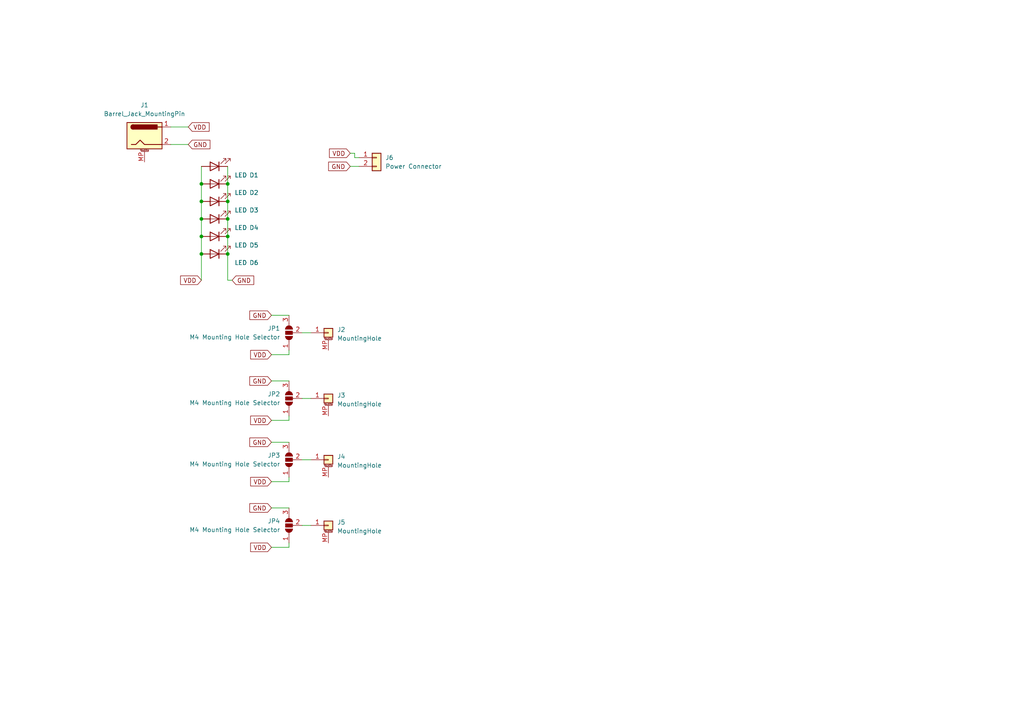
<source format=kicad_sch>
(kicad_sch (version 20230121) (generator eeschema)
  (paper "A4")
  (lib_symbols
    (symbol "Connector:Barrel_Jack_MountingPin" (pin_names hide)
      (property "Reference" "J" (at 0 5.334 0))
      (property "Value" "Barrel_Jack_MountingPin" (at 1.27 -6.35 0))
      (symbol "Barrel_Jack_MountingPin_0_1"
        (rectangle (start -5.08 3.81) (end 5.08 -3.81) (stroke (width 0.254)) (fill (type background)))
        (arc (start -3.302 3.175) (mid -3.9343 2.54) (end -3.302 1.905) (stroke (width 0.254)))
        (arc (start -3.302 3.175) (mid -3.9343 2.54) (end -3.302 1.905) (stroke (width 0.254)) (fill (type outline)))
        (polyline (pts (xy 5.08 2.54) (xy 3.81 2.54)) (stroke (width 0.254)))
        (polyline (pts (xy -3.81 -2.54) (xy -2.54 -2.54) (xy -1.27 -1.27) (xy 0 -2.54) (xy 2.54 -2.54) (xy 5.08 -2.54)) (stroke (width 0.254)))
        (rectangle (start 3.683 3.175) (end -3.302 1.905) (stroke (width 0.254)) (fill (type outline)))
      )
      (symbol "Barrel_Jack_MountingPin_1_1"
        (polyline (pts (xy -1.016 -4.572) (xy 1.016 -4.572)) (stroke (width 0.1524)))
        (text "Mounting" (at 0 -4.191 0) (effects (font (size 0.381 0.381))))
        (pin passive line (at 7.62 2.54 180) (length 2.54) (name "~") (number "1"))
        (pin passive line (at 7.62 -2.54 180) (length 2.54) (name "~") (number "2"))
        (pin passive line (at 0 -7.62 90) (length 3.048) (name "MountPin") (number "MP"))
      )
    )
    (symbol "Connector_Generic:Conn_01x02" (pin_names (offset 1.016) hide)
      (property "Reference" "J" (at 0 2.54 0))
      (property "Value" "Conn_01x02" (at 0 -5.08 0))
      (symbol "Conn_01x02_1_1"
        (rectangle (start -1.27 -2.413) (end 0 -2.667) (stroke (width 0.1524)))
        (rectangle (start -1.27 0.127) (end 0 -0.127) (stroke (width 0.1524)))
        (rectangle (start -1.27 1.27) (end 1.27 -3.81) (stroke (width 0.254)) (fill (type background)))
        (pin passive line (at -5.08 0 0) (length 3.81) (name "Pin_1") (number "1"))
        (pin passive line (at -5.08 -2.54 0) (length 3.81) (name "Pin_2") (number "2"))
      )
    )
    (symbol "Connector_Generic_MountingPin:Conn_01x01_MountingPin" (pin_names (offset 1.016) hide)
      (property "Reference" "J" (at 0 2.54 0))
      (property "Value" "Conn_01x01_MountingPin" (at 1.27 -2.54 0))
      (symbol "Conn_01x01_MountingPin_1_1"
        (rectangle (start -1.27 0.127) (end 0 -0.127) (stroke (width 0.1524)))
        (rectangle (start -1.27 1.27) (end 1.27 -1.27) (stroke (width 0.254)) (fill (type background)))
        (polyline (pts (xy -1.016 -2.032) (xy 1.016 -2.032)) (stroke (width 0.1524)))
        (text "Mounting" (at 0 -1.651 0) (effects (font (size 0.381 0.381))))
        (pin passive line (at -5.08 0 0) (length 3.81) (name "Pin_1") (number "1"))
        (pin passive line (at 0 -5.08 90) (length 3.048) (name "MountPin") (number "MP"))
      )
    )
    (symbol "Device:LED" (pin_numbers hide) (pin_names (offset 1.016) hide)
      (property "Reference" "D" (at 0 2.54 0))
      (property "Value" "LED" (at 0 -2.54 0))
      (symbol "LED_0_1"
        (polyline (pts (xy -1.27 -1.27) (xy -1.27 1.27)) (stroke (width 0.254)))
        (polyline (pts (xy -1.27 0) (xy 1.27 0)))
        (polyline (pts (xy 1.27 -1.27) (xy 1.27 1.27) (xy -1.27 0) (xy 1.27 -1.27)) (stroke (width 0.254)))
        (polyline (pts (xy -3.048 -0.762) (xy -4.572 -2.286) (xy -3.81 -2.286) (xy -4.572 -2.286) (xy -4.572 -1.524)))
        (polyline (pts (xy -1.778 -0.762) (xy -3.302 -2.286) (xy -2.54 -2.286) (xy -3.302 -2.286) (xy -3.302 -1.524)))
      )
      (symbol "LED_1_1"
        (pin passive line (at -3.81 0 0) (length 2.54) (name "K") (number "1"))
        (pin passive line (at 3.81 0 180) (length 2.54) (name "A") (number "2"))
      )
    )
    (symbol "Jumper:SolderJumper_3_Open" (pin_names (offset 0) hide)
      (property "Reference" "JP" (at -2.54 -2.54 0))
      (property "Value" "SolderJumper_3_Open" (at 0 2.794 0))
      (symbol "SolderJumper_3_Open_0_1"
        (arc (start -1.016 1.016) (mid -2.0276 0) (end -1.016 -1.016))
        (arc (start -1.016 1.016) (mid -2.0276 0) (end -1.016 -1.016) (fill (type outline)))
        (rectangle (start -0.508 1.016) (end 0.508 -1.016) (fill (type outline)))
        (polyline (pts (xy -2.54 0) (xy -2.032 0)))
        (polyline (pts (xy -1.016 1.016) (xy -1.016 -1.016)))
        (polyline (pts (xy 0 -1.27) (xy 0 -1.016)))
        (polyline (pts (xy 1.016 1.016) (xy 1.016 -1.016)))
        (polyline (pts (xy 2.54 0) (xy 2.032 0)))
        (arc (start 1.016 -1.016) (mid 2.0276 0) (end 1.016 1.016))
        (arc (start 1.016 -1.016) (mid 2.0276 0) (end 1.016 1.016) (fill (type outline)))
      )
      (symbol "SolderJumper_3_Open_1_1"
        (pin passive line (at -5.08 0 0) (length 2.54) (name "A") (number "1"))
        (pin passive line (at 0 -3.81 90) (length 2.54) (name "C") (number "2"))
        (pin passive line (at 5.08 0 180) (length 2.54) (name "B") (number "3"))
      )
    )
  )
  (junction (at 66.04 73.66))
  (junction (at 66.04 53.34))
  (junction (at 58.42 68.58))
  (junction (at 58.42 58.42))
  (junction (at 58.42 63.5))
  (junction (at 58.42 53.34))
  (junction (at 66.04 68.58))
  (junction (at 58.42 73.66))
  (junction (at 66.04 58.42))
  (junction (at 66.04 63.5))
  (wire (pts (xy 66.04 48.26) (xy 66.04 53.34)))
  (wire (pts (xy 58.42 63.5) (xy 58.42 68.58)))
  (wire (pts (xy 83.82 157.48) (xy 83.82 158.75)))
  (wire (pts (xy 58.42 68.58) (xy 58.42 73.66)))
  (wire (pts (xy 83.82 120.65) (xy 83.82 121.92)))
  (wire (pts (xy 78.74 121.92) (xy 83.82 121.92)))
  (wire (pts (xy 49.53 41.91) (xy 54.61 41.91)))
  (wire (pts (xy 78.74 102.87) (xy 83.82 102.87)))
  (wire (pts (xy 58.42 53.34) (xy 58.42 58.42)))
  (wire (pts (xy 83.82 101.6) (xy 83.82 102.87)))
  (wire (pts (xy 67.31 81.28) (xy 66.04 81.28)))
  (wire (pts (xy 102.87 44.45) (xy 101.6 44.45)))
  (wire (pts (xy 87.63 133.35) (xy 90.17 133.35)))
  (wire (pts (xy 78.74 110.49) (xy 83.82 110.49)))
  (wire (pts (xy 66.04 73.66) (xy 66.04 81.28)))
  (wire (pts (xy 78.74 147.32) (xy 83.82 147.32)))
  (wire (pts (xy 83.82 138.43) (xy 83.82 139.7)))
  (wire (pts (xy 66.04 58.42) (xy 66.04 63.5)))
  (wire (pts (xy 104.14 48.26) (xy 101.6 48.26)))
  (wire (pts (xy 58.42 58.42) (xy 58.42 63.5)))
  (wire (pts (xy 87.63 152.4) (xy 90.17 152.4)))
  (wire (pts (xy 102.87 44.45) (xy 102.87 45.72)))
  (wire (pts (xy 49.53 36.83) (xy 54.61 36.83)))
  (wire (pts (xy 78.74 139.7) (xy 83.82 139.7)))
  (wire (pts (xy 66.04 68.58) (xy 66.04 73.66)))
  (wire (pts (xy 58.42 73.66) (xy 58.42 81.28)))
  (wire (pts (xy 78.74 158.75) (xy 83.82 158.75)))
  (wire (pts (xy 66.04 63.5) (xy 66.04 68.58)))
  (wire (pts (xy 78.74 128.27) (xy 83.82 128.27)))
  (wire (pts (xy 78.74 91.44) (xy 83.82 91.44)))
  (wire (pts (xy 87.63 96.52) (xy 90.17 96.52)))
  (wire (pts (xy 58.42 48.26) (xy 58.42 53.34)))
  (wire (pts (xy 66.04 53.34) (xy 66.04 58.42)))
  (wire (pts (xy 87.63 115.57) (xy 90.17 115.57)))
  (wire (pts (xy 102.87 45.72) (xy 104.14 45.72)))
  (global_label "VDD" (shape input) (at 78.74 139.7 180) (property "Intersheetrefs" "${INTERSHEET_REFS}" (effects hide)))
  (global_label "GND" (shape input) (at 54.61 41.91 0) (property "Intersheetrefs" "${INTERSHEET_REFS}" (effects hide)))
  (global_label "VDD" (shape input) (at 78.74 102.87 180) (property "Intersheetrefs" "${INTERSHEET_REFS}" (effects hide)))
  (global_label "GND" (shape input) (at 78.74 91.44 180) (property "Intersheetrefs" "${INTERSHEET_REFS}" (effects hide)))
  (global_label "VDD" (shape input) (at 78.74 158.75 180) (property "Intersheetrefs" "${INTERSHEET_REFS}" (effects hide)))
  (global_label "VDD" (shape input) (at 101.6 44.45 180) (property "Intersheetrefs" "${INTERSHEET_REFS}" (effects hide)))
  (global_label "GND" (shape input) (at 78.74 128.27 180) (property "Intersheetrefs" "${INTERSHEET_REFS}" (effects hide)))
  (global_label "GND" (shape input) (at 78.74 147.32 180) (property "Intersheetrefs" "${INTERSHEET_REFS}" (effects hide)))
  (global_label "VDD" (shape input) (at 54.61 36.83 0) (property "Intersheetrefs" "${INTERSHEET_REFS}" (effects hide)))
  (global_label "GND" (shape input) (at 101.6 48.26 180) (property "Intersheetrefs" "${INTERSHEET_REFS}" (effects hide)))
  (global_label "GND" (shape input) (at 67.31 81.28 0) (property "Intersheetrefs" "${INTERSHEET_REFS}" (effects hide)))
  (global_label "VDD" (shape input) (at 78.74 121.92 180) (property "Intersheetrefs" "${INTERSHEET_REFS}" (effects hide)))
  (global_label "VDD" (shape input) (at 58.42 81.28 180) (property "Intersheetrefs" "${INTERSHEET_REFS}" (effects hide)))
  (global_label "GND" (shape input) (at 78.74 110.49 180) (property "Intersheetrefs" "${INTERSHEET_REFS}" (effects hide)))
  (symbol (lib_id "Device:LED") (at 62.23 48.26 180) (unit 1)
    (property "Reference" "D1" (at 73.66 50.8 0))
    (property "Value" "LED" (at 69.85 50.8 0))
    (property "Footprint" "LED_SMD:LED_Yuji_5730" (effects hide))
  )
  (symbol (lib_id "Connector_Generic_MountingPin:Conn_01x01_MountingPin") (at 95.25 152.4 0) (unit 1)
    (property "Reference" "J5" (at 97.79 151.4856 0) (effects (justify left)))
    (property "Value" "MountingHole" (at 97.79 154.0256 0) (effects (justify left)))
    (property "Footprint" "MountingHole:MountingHole_4.3mm_M4_Pad_Via" (effects hide))
  )
  (symbol (lib_id "Connector_Generic_MountingPin:Conn_01x01_MountingPin") (at 95.25 133.35 0) (unit 1)
    (property "Reference" "J4" (at 97.79 132.4356 0) (effects (justify left)))
    (property "Value" "MountingHole" (at 97.79 134.9756 0) (effects (justify left)))
    (property "Footprint" "MountingHole:MountingHole_4.3mm_M4_Pad_Via" (effects hide))
  )
  (symbol (lib_id "Jumper:SolderJumper_3_Open") (at 83.82 115.57 90) (unit 1)
    (property "Reference" "JP2" (at 81.28 114.3 90) (effects (justify left)))
    (property "Value" "M4 Mounting Hole Selector" (at 81.28 116.84 90) (effects (justify left)))
    (property "Footprint" "Jumper:SolderJumper-3_P1.3mm_Open_RoundedPad1.0x1.5mm" (effects hide))
  )
  (symbol (lib_id "Connector_Generic:Conn_01x02") (at 109.22 45.72 0) (unit 1)
    (property "Reference" "J6" (at 111.76 45.72 0) (effects (justify left)))
    (property "Value" "Power Connector" (at 111.76 48.26 0) (effects (justify left)))
    (property "Footprint" "Connector_JST:JST_EH_B2B-EH-A_1x02_P2.50mm_Vertical" (effects hide))
  )
  (symbol (lib_id "Device:LED") (at 62.23 63.5 180) (unit 1)
    (property "Reference" "D4" (at 73.66 66.04 0))
    (property "Value" "LED" (at 69.85 66.04 0))
    (property "Footprint" "LED_SMD:LED_Yuji_5730" (effects hide))
  )
  (symbol (lib_id "Device:LED") (at 62.23 58.42 180) (unit 1)
    (property "Reference" "D3" (at 73.66 60.96 0))
    (property "Value" "LED" (at 69.85 60.96 0))
    (property "Footprint" "LED_SMD:LED_Yuji_5730" (effects hide))
  )
  (symbol (lib_id "Connector_Generic_MountingPin:Conn_01x01_MountingPin") (at 95.25 96.52 0) (unit 1)
    (property "Reference" "J2" (at 97.79 95.6056 0) (effects (justify left)))
    (property "Value" "MountingHole" (at 97.79 98.1456 0) (effects (justify left)))
    (property "Footprint" "MountingHole:MountingHole_4.3mm_M4_Pad_Via" (effects hide))
  )
  (symbol (lib_id "Jumper:SolderJumper_3_Open") (at 83.82 133.35 90) (unit 1)
    (property "Reference" "JP3" (at 81.28 132.08 90) (effects (justify left)))
    (property "Value" "M4 Mounting Hole Selector" (at 81.28 134.62 90) (effects (justify left)))
    (property "Footprint" "Jumper:SolderJumper-3_P1.3mm_Open_RoundedPad1.0x1.5mm" (effects hide))
  )
  (symbol (lib_id "Jumper:SolderJumper_3_Open") (at 83.82 96.52 90) (unit 1)
    (property "Reference" "JP1" (at 81.28 95.25 90) (effects (justify left)))
    (property "Value" "M4 Mounting Hole Selector" (at 81.28 97.79 90) (effects (justify left)))
    (property "Footprint" "Jumper:SolderJumper-3_P1.3mm_Open_RoundedPad1.0x1.5mm" (effects hide))
  )
  (symbol (lib_id "Device:LED") (at 62.23 68.58 180) (unit 1)
    (property "Reference" "D5" (at 73.66 71.12 0))
    (property "Value" "LED" (at 69.85 71.12 0))
    (property "Footprint" "LED_SMD:LED_Yuji_5730" (effects hide))
  )
  (symbol (lib_id "Connector:Barrel_Jack_MountingPin") (at 41.91 39.37 0) (unit 1)
    (property "Reference" "J1" (at 41.91 30.48 0))
    (property "Value" "Barrel_Jack_MountingPin" (at 41.91 33.02 0))
    (property "Footprint" "Connector_BarrelJack:BarrelJack_Wuerth_6941xx301002" (effects hide))
  )
  (symbol (lib_id "Jumper:SolderJumper_3_Open") (at 83.82 152.4 90) (unit 1)
    (property "Reference" "JP4" (at 81.28 151.13 90) (effects (justify left)))
    (property "Value" "M4 Mounting Hole Selector" (at 81.28 153.67 90) (effects (justify left)))
    (property "Footprint" "Jumper:SolderJumper-3_P1.3mm_Open_RoundedPad1.0x1.5mm" (effects hide))
  )
  (symbol (lib_id "Device:LED") (at 62.23 53.34 180) (unit 1)
    (property "Reference" "D2" (at 73.66 55.88 0))
    (property "Value" "LED" (at 69.85 55.88 0))
    (property "Footprint" "LED_SMD:LED_Yuji_5730" (effects hide))
  )
  (symbol (lib_id "Connector_Generic_MountingPin:Conn_01x01_MountingPin") (at 95.25 115.57 0) (unit 1)
    (property "Reference" "J3" (at 97.79 114.6556 0) (effects (justify left)))
    (property "Value" "MountingHole" (at 97.79 117.1956 0) (effects (justify left)))
    (property "Footprint" "MountingHole:MountingHole_4.3mm_M4_Pad_Via" (effects hide))
  )
  (symbol (lib_id "Device:LED") (at 62.23 73.66 180) (unit 1)
    (property "Reference" "D6" (at 73.66 76.2 0))
    (property "Value" "LED" (at 69.85 76.2 0))
    (property "Footprint" "LED_SMD:LED_Yuji_5730" (effects hide))
  )
)
</source>
